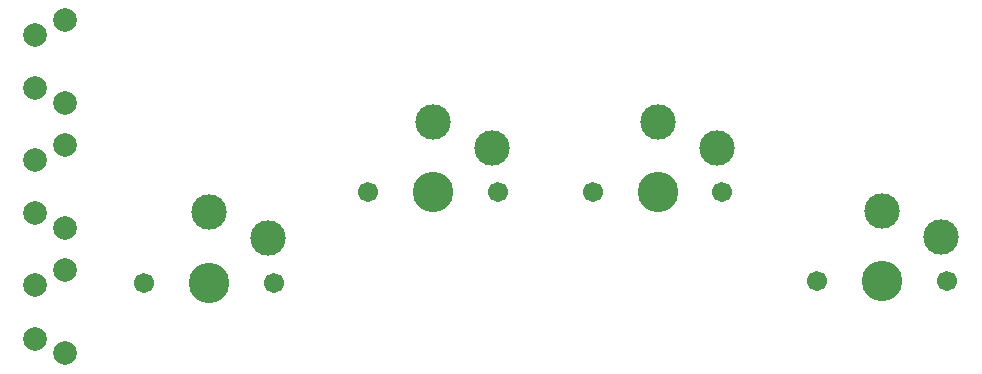
<source format=gbr>
%TF.GenerationSoftware,KiCad,Pcbnew,9.0.0*%
%TF.CreationDate,2025-04-27T09:25:50-07:00*%
%TF.ProjectId,c7k-rt,63376b2d-7274-42e6-9b69-6361645f7063,rev?*%
%TF.SameCoordinates,Original*%
%TF.FileFunction,Soldermask,Top*%
%TF.FilePolarity,Negative*%
%FSLAX46Y46*%
G04 Gerber Fmt 4.6, Leading zero omitted, Abs format (unit mm)*
G04 Created by KiCad (PCBNEW 9.0.0) date 2025-04-27 09:25:50*
%MOMM*%
%LPD*%
G01*
G04 APERTURE LIST*
%ADD10C,2.000000*%
%ADD11C,1.701800*%
%ADD12C,3.000000*%
%ADD13C,3.429000*%
G04 APERTURE END LIST*
D10*
%TO.C,SW4*%
X167520000Y-78505000D03*
X167520000Y-74005000D03*
X170010000Y-79755000D03*
X170010000Y-72745000D03*
%TD*%
%TO.C,SW5*%
X167510000Y-89090000D03*
X167510000Y-84590000D03*
X170000000Y-90340000D03*
X170000000Y-83330000D03*
%TD*%
D11*
%TO.C,SW0*%
X244700000Y-94850000D03*
D12*
X244200000Y-91100000D03*
D13*
X239200000Y-94850000D03*
D12*
X239200000Y-88900000D03*
D11*
X233700000Y-94850000D03*
%TD*%
D10*
%TO.C,SW6*%
X167510000Y-99685000D03*
X167510000Y-95185000D03*
X170000000Y-100935000D03*
X170000000Y-93925000D03*
%TD*%
D11*
%TO.C,SW2*%
X206700000Y-87320000D03*
D12*
X206200000Y-83570000D03*
D13*
X201200000Y-87320000D03*
D12*
X201200000Y-81370000D03*
D11*
X195700000Y-87320000D03*
%TD*%
%TO.C,SW3*%
X187700000Y-94950000D03*
D12*
X187200000Y-91200000D03*
D13*
X182200000Y-94950000D03*
D12*
X182200000Y-89000000D03*
D11*
X176700000Y-94950000D03*
%TD*%
%TO.C,SW1*%
X225700000Y-87320000D03*
D12*
X225200000Y-83570000D03*
D13*
X220200000Y-87320000D03*
D12*
X220200000Y-81370000D03*
D11*
X214700000Y-87320000D03*
%TD*%
M02*

</source>
